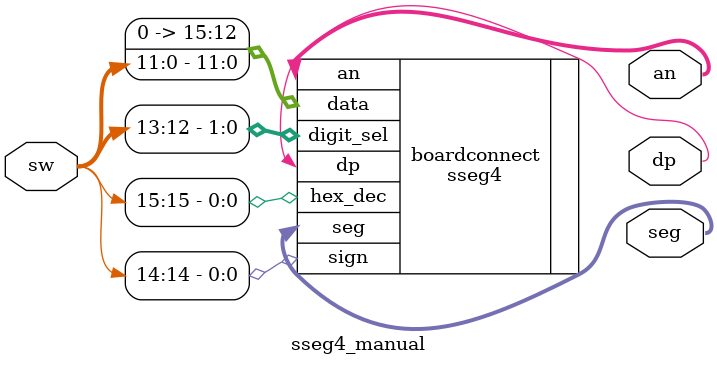
<source format=sv>
`timescale 1ns / 1ps

module sseg4_manual(input [15:0]sw,
                    output [6:0] seg,
                    output dp,
                    output [3:0] an);
                    
      sseg4 boardconnect(.data({4'b0000, sw[11:0]}), .hex_dec(sw[15]), .sign(sw[14]), .digit_sel(sw[13:12]), .seg(seg), .dp(dp), .an(an));              
endmodule

</source>
